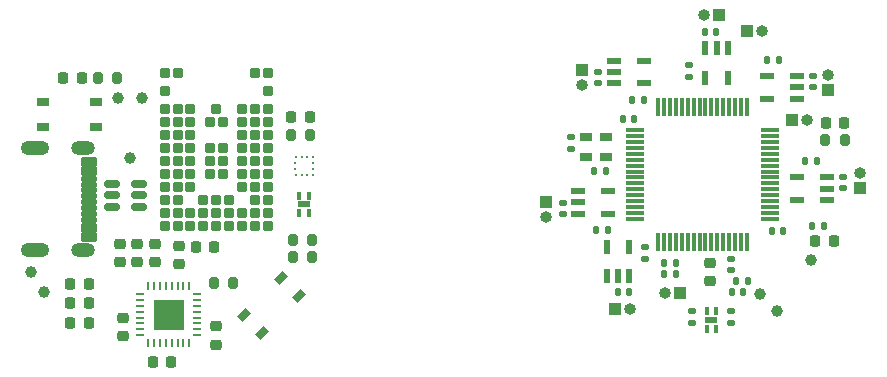
<source format=gts>
G04 #@! TF.GenerationSoftware,KiCad,Pcbnew,8.0.6*
G04 #@! TF.CreationDate,2025-07-21T23:51:58+02:00*
G04 #@! TF.ProjectId,nRF5340,6e524635-3334-4302-9e6b-696361645f70,rev?*
G04 #@! TF.SameCoordinates,Original*
G04 #@! TF.FileFunction,Soldermask,Top*
G04 #@! TF.FilePolarity,Negative*
%FSLAX46Y46*%
G04 Gerber Fmt 4.6, Leading zero omitted, Abs format (unit mm)*
G04 Created by KiCad (PCBNEW 8.0.6) date 2025-07-21 23:51:58*
%MOMM*%
%LPD*%
G01*
G04 APERTURE LIST*
G04 Aperture macros list*
%AMRoundRect*
0 Rectangle with rounded corners*
0 $1 Rounding radius*
0 $2 $3 $4 $5 $6 $7 $8 $9 X,Y pos of 4 corners*
0 Add a 4 corners polygon primitive as box body*
4,1,4,$2,$3,$4,$5,$6,$7,$8,$9,$2,$3,0*
0 Add four circle primitives for the rounded corners*
1,1,$1+$1,$2,$3*
1,1,$1+$1,$4,$5*
1,1,$1+$1,$6,$7*
1,1,$1+$1,$8,$9*
0 Add four rect primitives between the rounded corners*
20,1,$1+$1,$2,$3,$4,$5,0*
20,1,$1+$1,$4,$5,$6,$7,0*
20,1,$1+$1,$6,$7,$8,$9,0*
20,1,$1+$1,$8,$9,$2,$3,0*%
%AMRotRect*
0 Rectangle, with rotation*
0 The origin of the aperture is its center*
0 $1 length*
0 $2 width*
0 $3 Rotation angle, in degrees counterclockwise*
0 Add horizontal line*
21,1,$1,$2,0,0,$3*%
G04 Aperture macros list end*
%ADD10RoundRect,0.140000X-0.170000X0.140000X-0.170000X-0.140000X0.170000X-0.140000X0.170000X0.140000X0*%
%ADD11R,1.250000X0.500000*%
%ADD12RoundRect,0.200000X0.200000X0.275000X-0.200000X0.275000X-0.200000X-0.275000X0.200000X-0.275000X0*%
%ADD13R,1.000000X1.000000*%
%ADD14O,1.000000X1.000000*%
%ADD15RoundRect,0.140000X0.140000X0.170000X-0.140000X0.170000X-0.140000X-0.170000X0.140000X-0.170000X0*%
%ADD16C,0.990600*%
%ADD17RoundRect,0.218750X-0.218750X-0.256250X0.218750X-0.256250X0.218750X0.256250X-0.218750X0.256250X0*%
%ADD18RoundRect,0.135000X0.135000X0.185000X-0.135000X0.185000X-0.135000X-0.185000X0.135000X-0.185000X0*%
%ADD19RoundRect,0.135000X-0.185000X0.135000X-0.185000X-0.135000X0.185000X-0.135000X0.185000X0.135000X0*%
%ADD20RoundRect,0.140000X-0.140000X-0.170000X0.140000X-0.170000X0.140000X0.170000X-0.140000X0.170000X0*%
%ADD21R,0.500000X1.250000*%
%ADD22RoundRect,0.135000X-0.135000X-0.185000X0.135000X-0.185000X0.135000X0.185000X-0.135000X0.185000X0*%
%ADD23RoundRect,0.135000X0.185000X-0.135000X0.185000X0.135000X-0.185000X0.135000X-0.185000X-0.135000X0*%
%ADD24RoundRect,0.218750X0.256250X-0.218750X0.256250X0.218750X-0.256250X0.218750X-0.256250X-0.218750X0*%
%ADD25RoundRect,0.140000X0.170000X-0.140000X0.170000X0.140000X-0.170000X0.140000X-0.170000X-0.140000X0*%
%ADD26RoundRect,0.075000X-0.700000X-0.075000X0.700000X-0.075000X0.700000X0.075000X-0.700000X0.075000X0*%
%ADD27RoundRect,0.075000X-0.075000X-0.700000X0.075000X-0.700000X0.075000X0.700000X-0.075000X0.700000X0*%
%ADD28R,0.990600X0.736600*%
%ADD29R,0.304800X0.711200*%
%ADD30R,1.092200X0.508000*%
%ADD31RoundRect,0.200000X-0.200000X-0.275000X0.200000X-0.275000X0.200000X0.275000X-0.200000X0.275000X0*%
%ADD32R,0.254000X0.279400*%
%ADD33R,0.279400X0.254000*%
%ADD34RoundRect,0.225000X0.250000X-0.225000X0.250000X0.225000X-0.250000X0.225000X-0.250000X-0.225000X0*%
%ADD35RoundRect,0.225000X-0.225000X-0.250000X0.225000X-0.250000X0.225000X0.250000X-0.225000X0.250000X0*%
%ADD36RoundRect,0.218750X0.218750X0.256250X-0.218750X0.256250X-0.218750X-0.256250X0.218750X-0.256250X0*%
%ADD37R,0.990600X0.711200*%
%ADD38RoundRect,0.102000X0.300000X-0.300000X0.300000X0.300000X-0.300000X0.300000X-0.300000X-0.300000X0*%
%ADD39RoundRect,0.150000X-0.512500X-0.150000X0.512500X-0.150000X0.512500X0.150000X-0.512500X0.150000X0*%
%ADD40RoundRect,0.225000X-0.250000X0.225000X-0.250000X-0.225000X0.250000X-0.225000X0.250000X0.225000X0*%
%ADD41C,1.000000*%
%ADD42RotRect,0.990600X0.711200X225.000000*%
%ADD43R,0.254000X0.762000*%
%ADD44R,0.762000X0.254000*%
%ADD45R,2.606800X2.606800*%
%ADD46RoundRect,0.102000X-0.575000X0.300000X-0.575000X-0.300000X0.575000X-0.300000X0.575000X0.300000X0*%
%ADD47RoundRect,0.102000X-0.575000X0.150000X-0.575000X-0.150000X0.575000X-0.150000X0.575000X0.150000X0*%
%ADD48O,2.004000X1.204000*%
%ADD49O,2.404000X1.204000*%
%ADD50RoundRect,0.225000X0.225000X0.250000X-0.225000X0.250000X-0.225000X-0.250000X0.225000X-0.250000X0*%
G04 APERTURE END LIST*
D10*
X183260000Y-124115000D03*
X183260000Y-125075000D03*
D11*
X187625000Y-112102500D03*
X187625000Y-113052500D03*
X187625000Y-114002500D03*
X190125000Y-114002500D03*
X190125000Y-112102500D03*
D12*
X207140000Y-118835000D03*
X205490000Y-118835000D03*
D13*
X187720000Y-133100000D03*
D14*
X188990001Y-133100000D03*
D15*
X192830000Y-130155000D03*
X191870000Y-130155000D03*
D16*
X204303094Y-128949935D03*
X201429407Y-133260459D03*
X199992566Y-131823618D03*
D13*
X198864999Y-109544999D03*
D14*
X200135000Y-109544999D03*
D10*
X186285000Y-113002500D03*
X186285000Y-113962500D03*
D17*
X205527499Y-117315000D03*
X207102501Y-117315000D03*
D13*
X196454997Y-108205000D03*
D14*
X195184996Y-108205000D03*
D15*
X196280000Y-109655000D03*
X195320000Y-109655000D03*
D18*
X205392499Y-126035001D03*
X204372499Y-126034999D03*
D13*
X202645001Y-117065000D03*
D14*
X203915002Y-117065000D03*
D13*
X181810000Y-124045000D03*
D14*
X181810000Y-125315000D03*
D18*
X201570000Y-112025001D03*
X200550000Y-112024999D03*
D13*
X193230001Y-131715001D03*
D14*
X191960000Y-131715001D03*
D19*
X197479952Y-133304301D03*
X197479950Y-134324301D03*
D20*
X200980000Y-126535000D03*
X201940000Y-126535000D03*
D13*
X208444999Y-122879999D03*
D14*
X208444999Y-121609998D03*
D15*
X186906399Y-121410000D03*
X185946399Y-121410000D03*
D21*
X187010002Y-130324998D03*
X187960000Y-130325000D03*
X188910002Y-130325002D03*
X188909998Y-127825002D03*
X187009998Y-127824998D03*
D22*
X189105000Y-115392500D03*
X190125000Y-115392500D03*
D13*
X205734998Y-114550001D03*
D14*
X205734998Y-113280000D03*
D17*
X204624998Y-127305000D03*
X206200000Y-127305000D03*
D11*
X205639998Y-123864998D03*
X205640000Y-122915000D03*
X205640001Y-121964999D03*
X203140002Y-121965002D03*
X203139999Y-123865001D03*
D22*
X186100000Y-126445000D03*
X187120000Y-126445000D03*
D19*
X194219952Y-133304301D03*
X194219950Y-134324301D03*
D13*
X184920000Y-112852500D03*
D14*
X184920000Y-114122500D03*
D23*
X190239999Y-128855000D03*
X190240001Y-127835000D03*
D10*
X197500000Y-128875000D03*
X197500000Y-129835000D03*
D20*
X197970000Y-130755000D03*
X198930000Y-130755000D03*
D24*
X195700000Y-130752501D03*
X195700000Y-129177499D03*
D15*
X189290000Y-116985000D03*
X188330000Y-116985000D03*
D25*
X204420000Y-114345000D03*
X204420000Y-113385000D03*
D20*
X197560000Y-131705000D03*
X198520000Y-131705000D03*
D11*
X203069998Y-115284998D03*
X203070000Y-114335000D03*
X203070001Y-113384999D03*
X200570002Y-113385002D03*
X200569999Y-115285001D03*
X184600000Y-123125000D03*
X184600000Y-124075000D03*
X184600000Y-125025000D03*
X187100000Y-125025000D03*
X187100000Y-123125000D03*
D18*
X204770000Y-120545001D03*
X203750000Y-120544999D03*
D25*
X206980000Y-122864998D03*
X206980000Y-121904998D03*
D19*
X193980000Y-112465000D03*
X193980000Y-113485000D03*
D15*
X192820000Y-129235000D03*
X191860000Y-129235000D03*
D21*
X197239996Y-111005004D03*
X196289998Y-111005002D03*
X195339996Y-111005001D03*
X195340000Y-113505000D03*
X197240000Y-113505003D03*
D20*
X187940000Y-131665000D03*
X188900000Y-131665000D03*
D26*
X189425000Y-117965000D03*
X189425000Y-118465000D03*
X189425000Y-118965000D03*
X189425000Y-119465000D03*
X189425000Y-119965000D03*
X189425000Y-120465000D03*
X189425000Y-120965000D03*
X189425000Y-121465000D03*
X189425000Y-121965000D03*
X189425000Y-122465000D03*
X189425000Y-122965000D03*
X189425000Y-123465000D03*
X189425000Y-123965000D03*
X189425000Y-124465000D03*
X189425000Y-124965000D03*
X189425000Y-125465000D03*
D27*
X191350000Y-127390000D03*
X191850000Y-127390000D03*
X192350000Y-127390000D03*
X192850000Y-127390000D03*
X193350000Y-127390000D03*
X193850000Y-127390000D03*
X194350000Y-127390000D03*
X194850000Y-127390000D03*
X195350000Y-127390000D03*
X195850000Y-127390000D03*
X196350000Y-127390000D03*
X196850000Y-127390000D03*
X197350000Y-127390000D03*
X197850000Y-127390000D03*
X198350000Y-127390000D03*
X198850000Y-127390000D03*
D26*
X200775000Y-125465000D03*
X200775000Y-124965000D03*
X200775000Y-124465000D03*
X200775000Y-123965000D03*
X200775000Y-123465000D03*
X200775000Y-122965000D03*
X200775000Y-122465000D03*
X200775000Y-121965000D03*
X200775000Y-121465000D03*
X200775000Y-120965000D03*
X200775000Y-120465000D03*
X200775000Y-119965000D03*
X200775000Y-119465000D03*
X200775000Y-118965000D03*
X200775000Y-118465000D03*
X200775000Y-117965000D03*
D27*
X198850000Y-116040000D03*
X198350000Y-116040000D03*
X197850000Y-116040000D03*
X197350000Y-116040000D03*
X196850000Y-116040000D03*
X196350000Y-116040000D03*
X195850000Y-116040000D03*
X195350000Y-116040000D03*
X194850000Y-116040000D03*
X194350000Y-116040000D03*
X193850000Y-116040000D03*
X193350000Y-116040000D03*
X192850000Y-116040000D03*
X192350000Y-116040000D03*
X191850000Y-116040000D03*
X191350000Y-116040000D03*
D28*
X185212798Y-118535000D03*
X185212799Y-120265000D03*
X186940000Y-120265000D03*
X186939999Y-118535000D03*
D29*
X196260049Y-133305699D03*
X195459949Y-133305697D03*
X195459951Y-134804301D03*
X196260051Y-134804303D03*
D30*
X195860000Y-134055000D03*
D10*
X183996399Y-118580000D03*
X183996399Y-119540000D03*
D31*
X160425000Y-128725000D03*
X162075000Y-128725000D03*
D32*
X160649999Y-121762000D03*
X161150001Y-121762000D03*
X161650000Y-121762001D03*
X162150000Y-121762000D03*
D33*
X162162000Y-121249999D03*
X162162001Y-120750000D03*
D32*
X162150001Y-120238000D03*
X161649999Y-120238000D03*
X161150000Y-120237999D03*
X160650000Y-120238000D03*
D33*
X160638000Y-120750001D03*
X160637999Y-121250000D03*
D34*
X146000000Y-135375001D03*
X146000000Y-133824999D03*
D35*
X152224999Y-127825000D03*
X153775001Y-127825000D03*
D36*
X143162502Y-131000001D03*
X141587498Y-130999999D03*
D37*
X143775001Y-117724999D03*
X139274998Y-117724999D03*
X143775002Y-115575001D03*
X139274999Y-115575001D03*
D12*
X145550000Y-113525000D03*
X143900000Y-113525000D03*
D34*
X148725000Y-129150000D03*
X148725000Y-127600000D03*
D38*
X158349999Y-126049999D03*
X157250001Y-126050000D03*
X156150000Y-126049999D03*
X155050000Y-126050000D03*
X153949999Y-126050001D03*
X152850000Y-126050000D03*
X151749999Y-126050001D03*
X150650000Y-126050001D03*
X149549999Y-126050000D03*
X158350000Y-124950000D03*
X157250000Y-124950001D03*
X156150000Y-124950000D03*
X155050000Y-124950001D03*
X153950000Y-124950000D03*
X152849999Y-124950001D03*
X151750000Y-124950000D03*
X150650000Y-124949999D03*
X149550000Y-124950000D03*
X158349999Y-123850000D03*
X157250002Y-123850000D03*
X155050000Y-123850000D03*
X153949999Y-123850001D03*
X152850000Y-123850000D03*
X150650000Y-123850002D03*
X149549999Y-123850000D03*
X158350000Y-122750000D03*
X157250000Y-122750000D03*
X156150000Y-122750000D03*
X151750000Y-122750000D03*
X150650001Y-122750000D03*
X149550000Y-122750000D03*
X158350001Y-121650001D03*
X157250000Y-121650000D03*
X156150000Y-121650001D03*
X154500000Y-121650000D03*
X153400000Y-121650000D03*
X151750000Y-121650000D03*
X150650000Y-121650000D03*
X149549999Y-121650000D03*
X158350000Y-120550000D03*
X157250001Y-120550001D03*
X156150000Y-120550000D03*
X154499999Y-120550001D03*
X153400001Y-120549999D03*
X151750000Y-120550000D03*
X150649999Y-120549999D03*
X149550000Y-120550000D03*
X158350001Y-119450000D03*
X157250000Y-119450000D03*
X156150000Y-119450000D03*
X154500000Y-119450000D03*
X153400000Y-119450000D03*
X151750000Y-119449999D03*
X150650000Y-119450000D03*
X149549999Y-119449999D03*
X158350000Y-118350000D03*
X157249999Y-118350000D03*
X156150000Y-118350000D03*
X151750000Y-118350000D03*
X150650000Y-118350000D03*
X149550000Y-118350000D03*
X158350001Y-117250000D03*
X157250000Y-117249998D03*
X156150000Y-117250000D03*
X154500000Y-117250000D03*
X153400000Y-117250000D03*
X151750000Y-117250001D03*
X150649998Y-117250000D03*
X149550001Y-117250000D03*
X158350000Y-116150000D03*
X157250000Y-116150001D03*
X156150000Y-116150000D03*
X153950000Y-116150000D03*
X151750000Y-116150000D03*
X150650000Y-116149999D03*
X149550000Y-116150000D03*
X158350000Y-114650000D03*
X149549999Y-114650000D03*
X158350000Y-113150000D03*
X157250000Y-113150000D03*
X150650000Y-113150000D03*
X149550000Y-113150000D03*
D34*
X147250000Y-129150000D03*
X147250000Y-127600000D03*
D39*
X145137500Y-122525000D03*
X145137500Y-123475000D03*
X145137500Y-124425000D03*
X147412500Y-124425000D03*
X147412500Y-123475000D03*
X147412500Y-122525000D03*
D12*
X161875000Y-118350000D03*
X160225000Y-118350000D03*
D40*
X153925000Y-134575000D03*
X153925000Y-136125000D03*
D36*
X150137502Y-137625001D03*
X148562498Y-137624999D03*
D41*
X138225000Y-129975000D03*
D42*
X160974540Y-131969148D03*
X157792557Y-135151131D03*
X159454261Y-130448869D03*
X156272278Y-133630852D03*
D36*
X143137503Y-134288201D03*
X141562499Y-134288199D03*
D34*
X150750000Y-129325000D03*
X150750000Y-127775000D03*
D43*
X148150001Y-136000001D03*
X148650000Y-136000002D03*
X149149999Y-136000000D03*
X149650000Y-136000002D03*
X150150001Y-136000001D03*
X150650001Y-136000001D03*
X151150000Y-136000000D03*
X151649999Y-136000001D03*
D44*
X152325700Y-135324300D03*
X152325701Y-134824301D03*
X152325699Y-134324302D03*
X152325701Y-133824301D03*
X152325700Y-133324300D03*
X152325700Y-132824300D03*
X152325699Y-132324301D03*
X152325700Y-131824302D03*
D43*
X151649999Y-131148601D03*
X151150000Y-131148600D03*
X150650001Y-131148602D03*
X150150000Y-131148600D03*
X149649999Y-131148601D03*
X149149999Y-131148601D03*
X148650000Y-131148602D03*
X148150001Y-131148601D03*
D44*
X147474300Y-131824302D03*
X147474299Y-132324301D03*
X147474301Y-132824300D03*
X147474299Y-133324301D03*
X147474300Y-133824302D03*
X147474300Y-134324302D03*
X147474301Y-134824301D03*
X147474300Y-135324300D03*
D45*
X149900000Y-133574301D03*
D34*
X145750000Y-129150000D03*
X145750000Y-127600000D03*
D41*
X139350000Y-131675000D03*
D36*
X143137502Y-132625001D03*
X141562498Y-132624999D03*
D46*
X143187498Y-120615746D03*
X143187498Y-121415750D03*
D47*
X143187497Y-122565751D03*
X143187502Y-123565747D03*
X143187501Y-124065745D03*
X143187500Y-125065751D03*
D46*
X143187498Y-126215750D03*
X143187501Y-127015753D03*
D47*
X143187498Y-125565750D03*
X143187496Y-124565752D03*
X143187497Y-123065750D03*
X143187498Y-122065750D03*
D48*
X142612499Y-119495748D03*
D49*
X138612498Y-119495747D03*
D48*
X142612499Y-128135750D03*
D49*
X138612498Y-128135753D03*
D29*
X161775000Y-123499999D03*
X160974900Y-123499997D03*
X160974902Y-124998601D03*
X161775002Y-124998603D03*
D30*
X161374951Y-124249300D03*
D17*
X160262499Y-116825000D03*
X161837501Y-116825000D03*
D31*
X153725000Y-130900000D03*
X155375000Y-130900000D03*
X160425000Y-127275000D03*
X162075000Y-127275000D03*
D50*
X142525000Y-113525000D03*
X140975000Y-113525000D03*
D16*
X146615001Y-120360002D03*
X147631004Y-115279997D03*
X145599002Y-115279996D03*
M02*

</source>
